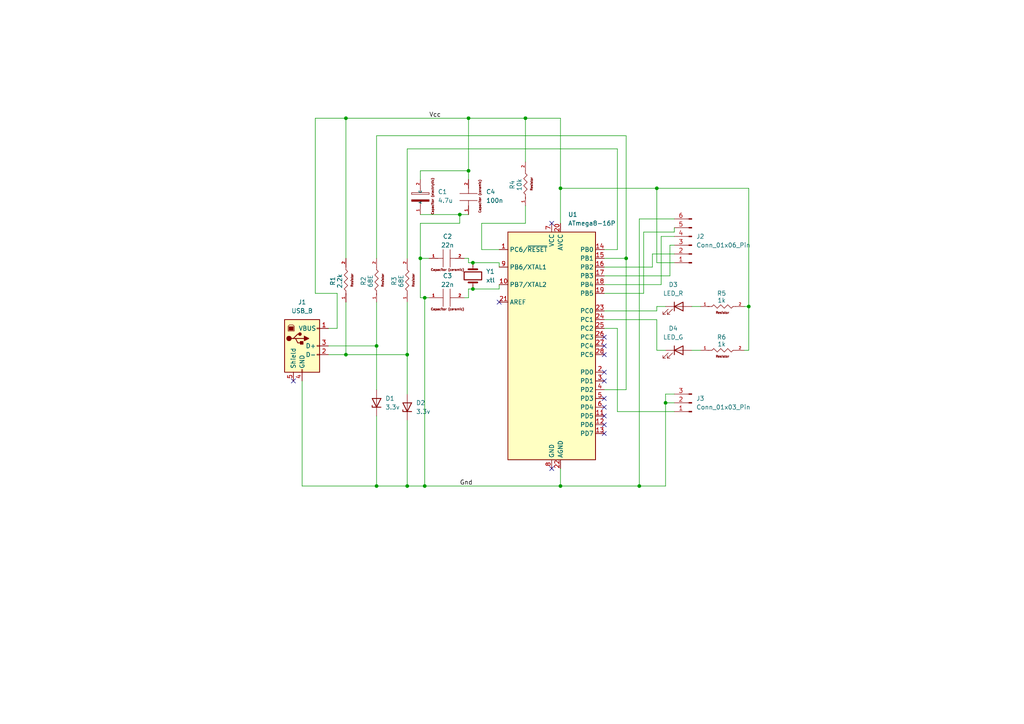
<source format=kicad_sch>
(kicad_sch (version 20231120) (generator "eeschema") (generator_version "8.0")
  (paper "A4")
  (lib_symbols
    (symbol "Capacitor_1:Capacitor"
      (property "Reference" "C" (at 0 3.556 0))
      (symbol "Capacitor_0_1"
        (polyline (pts (xy -1.016 0) (xy -2.54 0)))
        (polyline (pts (xy -1.016 2.54) (xy -1.016 -2.54)))
        (polyline (pts (xy 1.016 0) (xy 2.54 0)))
        (polyline (pts (xy 1.016 2.54) (xy 1.016 -2.54)))
      )
      (symbol "Capacitor_1_1"
        (text "Capacitor (ceramic)" (at 0.254 -3.302 0) (effects (font (size 0.635 0.635))))
        (pin passive line (at -5.08 0 0) (length 2.54) (name "") (number "1"))
        (pin passive line (at 5.08 0 180) (length 2.54) (name "") (number "2"))
      )
    )
    (symbol "Capacitor_1:Capacitor_electrolytic"
      (property "Reference" "C_ele" (at 0.254 3.81 0))
      (symbol "Capacitor_electrolytic_1_1"
        (polyline (pts (xy -1.27 0) (xy -2.54 0)))
        (polyline (pts (xy 1.27 0) (xy 2.54 0)))
        (polyline (pts (xy -0.762 2.54) (xy -0.762 -2.54) (xy -1.27 -2.54) (xy -1.27 2.54) (xy -0.762 2.54)) (fill (type outline)))
        (polyline (pts (xy 0.762 2.54) (xy 0.762 -2.54) (xy 1.27 -2.54) (xy 1.27 2.54) (xy 0.762 2.54)))
        (text "Capacitor (electrlytic)" (at 0.254 -3.556 0) (effects (font (size 0.635 0.635))))
        (pin passive line (at -5.08 0 0) (length 2.54) (name "A") (number "1"))
        (pin passive line (at 5.08 0 180) (length 2.54) (name "C") (number "2"))
      )
    )
    (symbol "Connector:Conn_01x03_Pin" (pin_names (offset 1.016) hide)
      (property "Reference" "J" (at 0 5.08 0))
      (property "Value" "Conn_01x03_Pin" (at 0 -5.08 0))
      (symbol "Conn_01x03_Pin_1_1"
        (polyline (pts (xy 1.27 -2.54) (xy 0.8636 -2.54)) (stroke (width 0.1524)))
        (polyline (pts (xy 1.27 0) (xy 0.8636 0)) (stroke (width 0.1524)))
        (polyline (pts (xy 1.27 2.54) (xy 0.8636 2.54)) (stroke (width 0.1524)))
        (rectangle (start 0.8636 -2.413) (end 0 -2.667) (stroke (width 0.1524)) (fill (type outline)))
        (rectangle (start 0.8636 0.127) (end 0 -0.127) (stroke (width 0.1524)) (fill (type outline)))
        (rectangle (start 0.8636 2.667) (end 0 2.413) (stroke (width 0.1524)) (fill (type outline)))
        (pin passive line (at 5.08 2.54 180) (length 3.81) (name "Pin_1") (number "1"))
        (pin passive line (at 5.08 0 180) (length 3.81) (name "Pin_2") (number "2"))
        (pin passive line (at 5.08 -2.54 180) (length 3.81) (name "Pin_3") (number "3"))
      )
    )
    (symbol "Connector:Conn_01x06_Pin" (pin_names (offset 1.016) hide)
      (property "Reference" "J" (at 0 7.62 0))
      (property "Value" "Conn_01x06_Pin" (at 0 -10.16 0))
      (symbol "Conn_01x06_Pin_1_1"
        (polyline (pts (xy 1.27 -7.62) (xy 0.8636 -7.62)) (stroke (width 0.1524)))
        (polyline (pts (xy 1.27 -5.08) (xy 0.8636 -5.08)) (stroke (width 0.1524)))
        (polyline (pts (xy 1.27 -2.54) (xy 0.8636 -2.54)) (stroke (width 0.1524)))
        (polyline (pts (xy 1.27 0) (xy 0.8636 0)) (stroke (width 0.1524)))
        (polyline (pts (xy 1.27 2.54) (xy 0.8636 2.54)) (stroke (width 0.1524)))
        (polyline (pts (xy 1.27 5.08) (xy 0.8636 5.08)) (stroke (width 0.1524)))
        (rectangle (start 0.8636 -7.493) (end 0 -7.747) (stroke (width 0.1524)) (fill (type outline)))
        (rectangle (start 0.8636 -4.953) (end 0 -5.207) (stroke (width 0.1524)) (fill (type outline)))
        (rectangle (start 0.8636 -2.413) (end 0 -2.667) (stroke (width 0.1524)) (fill (type outline)))
        (rectangle (start 0.8636 0.127) (end 0 -0.127) (stroke (width 0.1524)) (fill (type outline)))
        (rectangle (start 0.8636 2.667) (end 0 2.413) (stroke (width 0.1524)) (fill (type outline)))
        (rectangle (start 0.8636 5.207) (end 0 4.953) (stroke (width 0.1524)) (fill (type outline)))
        (pin passive line (at 5.08 5.08 180) (length 3.81) (name "Pin_1") (number "1"))
        (pin passive line (at 5.08 2.54 180) (length 3.81) (name "Pin_2") (number "2"))
        (pin passive line (at 5.08 0 180) (length 3.81) (name "Pin_3") (number "3"))
        (pin passive line (at 5.08 -2.54 180) (length 3.81) (name "Pin_4") (number "4"))
        (pin passive line (at 5.08 -5.08 180) (length 3.81) (name "Pin_5") (number "5"))
        (pin passive line (at 5.08 -7.62 180) (length 3.81) (name "Pin_6") (number "6"))
      )
    )
    (symbol "Connector:USB_B" (pin_names (offset 1.016))
      (property "Reference" "J" (at -5.08 11.43 0))
      (property "Value" "USB_B" (at -5.08 8.89 0))
      (symbol "USB_B_0_1"
        (rectangle (start -5.08 -7.62) (end 5.08 7.62) (stroke (width 0.254)) (fill (type background)))
        (circle (center -3.81 2.159) (radius 0.635) (stroke (width 0.254)) (fill (type outline)))
        (rectangle (start -3.81 5.588) (end -2.54 4.572) (fill (type outline)))
        (circle (center -0.635 3.429) (radius 0.381) (stroke (width 0.254)) (fill (type outline)))
        (rectangle (start -0.127 -7.62) (end 0.127 -6.858))
        (polyline (pts (xy -1.905 2.159) (xy 0.635 2.159)) (stroke (width 0.254)))
        (polyline (pts (xy -3.175 2.159) (xy -2.54 2.159) (xy -1.27 3.429) (xy -0.635 3.429)) (stroke (width 0.254)))
        (polyline (pts (xy -2.54 2.159) (xy -1.905 2.159) (xy -1.27 0.889) (xy 0 0.889)) (stroke (width 0.254)))
        (polyline (pts (xy 0.635 2.794) (xy 0.635 1.524) (xy 1.905 2.159) (xy 0.635 2.794)) (stroke (width 0.254)) (fill (type outline)))
        (polyline (pts (xy -4.064 4.318) (xy -2.286 4.318) (xy -2.286 5.715) (xy -2.667 6.096) (xy -3.683 6.096) (xy -4.064 5.715) (xy -4.064 4.318)))
        (rectangle (start 0.254 1.27) (end -0.508 0.508) (stroke (width 0.254)) (fill (type outline)))
        (rectangle (start 5.08 -2.667) (end 4.318 -2.413))
        (rectangle (start 5.08 -0.127) (end 4.318 0.127))
        (rectangle (start 5.08 4.953) (end 4.318 5.207))
      )
      (symbol "USB_B_1_1"
        (pin power_out line (at 7.62 5.08 180) (length 2.54) (name "VBUS") (number "1"))
        (pin bidirectional line (at 7.62 -2.54 180) (length 2.54) (name "D-") (number "2"))
        (pin bidirectional line (at 7.62 0 180) (length 2.54) (name "D+") (number "3"))
        (pin power_out line (at 0 -10.16 90) (length 2.54) (name "GND") (number "4"))
        (pin passive line (at -2.54 -10.16 90) (length 2.54) (name "Shield") (number "5"))
      )
    )
    (symbol "Device:Crystal" (pin_numbers hide) (pin_names (offset 1.016) hide)
      (property "Reference" "Y" (at 0 3.81 0))
      (property "Value" "Crystal" (at 0 -3.81 0))
      (symbol "Crystal_0_1"
        (rectangle (start -1.143 2.54) (end 1.143 -2.54) (stroke (width 0.3048)))
        (polyline (pts (xy -2.54 0) (xy -1.905 0)))
        (polyline (pts (xy -1.905 -1.27) (xy -1.905 1.27)) (stroke (width 0.508)))
        (polyline (pts (xy 1.905 -1.27) (xy 1.905 1.27)) (stroke (width 0.508)))
        (polyline (pts (xy 2.54 0) (xy 1.905 0)))
      )
      (symbol "Crystal_1_1"
        (pin passive line (at -3.81 0 0) (length 1.27) (name "1") (number "1"))
        (pin passive line (at 3.81 0 180) (length 1.27) (name "2") (number "2"))
      )
    )
    (symbol "Device:D_Zener" (pin_numbers hide) (pin_names (offset 1.016) hide)
      (property "Reference" "D" (at 0 2.54 0))
      (property "Value" "D_Zener" (at 0 -2.54 0))
      (symbol "D_Zener_0_1"
        (polyline (pts (xy 1.27 0) (xy -1.27 0)))
        (polyline (pts (xy -1.27 -1.27) (xy -1.27 1.27) (xy -0.762 1.27)) (stroke (width 0.254)))
        (polyline (pts (xy 1.27 -1.27) (xy 1.27 1.27) (xy -1.27 0) (xy 1.27 -1.27)) (stroke (width 0.254)))
      )
      (symbol "D_Zener_1_1"
        (pin passive line (at -3.81 0 0) (length 2.54) (name "K") (number "1"))
        (pin passive line (at 3.81 0 180) (length 2.54) (name "A") (number "2"))
      )
    )
    (symbol "Device:LED" (pin_numbers hide) (pin_names (offset 1.016) hide)
      (property "Reference" "D" (at 0 2.54 0))
      (property "Value" "LED" (at 0 -2.54 0))
      (symbol "LED_0_1"
        (polyline (pts (xy -1.27 -1.27) (xy -1.27 1.27)) (stroke (width 0.254)))
        (polyline (pts (xy -1.27 0) (xy 1.27 0)))
        (polyline (pts (xy 1.27 -1.27) (xy 1.27 1.27) (xy -1.27 0) (xy 1.27 -1.27)) (stroke (width 0.254)))
        (polyline (pts (xy -3.048 -0.762) (xy -4.572 -2.286) (xy -3.81 -2.286) (xy -4.572 -2.286) (xy -4.572 -1.524)))
        (polyline (pts (xy -1.778 -0.762) (xy -3.302 -2.286) (xy -2.54 -2.286) (xy -3.302 -2.286) (xy -3.302 -1.524)))
      )
      (symbol "LED_1_1"
        (pin passive line (at -3.81 0 0) (length 2.54) (name "K") (number "1"))
        (pin passive line (at 3.81 0 180) (length 2.54) (name "A") (number "2"))
      )
    )
    (symbol "MCU_Microchip_ATmega:ATmega8-16P"
      (property "Reference" "U" (at -12.7 34.29 0))
      (property "Value" "ATmega8-16P" (at 5.08 -34.29 0))
      (symbol "ATmega8-16P_0_1"
        (rectangle (start -12.7 -33.02) (end 12.7 33.02) (stroke (width 0.254)) (fill (type background)))
      )
      (symbol "ATmega8-16P_1_1"
        (pin bidirectional line (at -15.24 27.94 0) (length 2.54) (name "PC6/~{RESET}") (number "1"))
        (pin bidirectional line (at -15.24 17.78 0) (length 2.54) (name "PB7/XTAL2") (number "10"))
        (pin bidirectional line (at 15.24 -20.32 180) (length 2.54) (name "PD5") (number "11"))
        (pin bidirectional line (at 15.24 -22.86 180) (length 2.54) (name "PD6") (number "12"))
        (pin bidirectional line (at 15.24 -25.4 180) (length 2.54) (name "PD7") (number "13"))
        (pin bidirectional line (at 15.24 27.94 180) (length 2.54) (name "PB0") (number "14"))
        (pin bidirectional line (at 15.24 25.4 180) (length 2.54) (name "PB1") (number "15"))
        (pin bidirectional line (at 15.24 22.86 180) (length 2.54) (name "PB2") (number "16"))
        (pin bidirectional line (at 15.24 20.32 180) (length 2.54) (name "PB3") (number "17"))
        (pin bidirectional line (at 15.24 17.78 180) (length 2.54) (name "PB4") (number "18"))
        (pin bidirectional line (at 15.24 15.24 180) (length 2.54) (name "PB5") (number "19"))
        (pin bidirectional line (at 15.24 -7.62 180) (length 2.54) (name "PD0") (number "2"))
        (pin power_in line (at 2.54 35.56 270) (length 2.54) (name "AVCC") (number "20"))
        (pin passive line (at -15.24 12.7 0) (length 2.54) (name "AREF") (number "21"))
        (pin power_in line (at 2.54 -35.56 90) (length 2.54) (name "AGND") (number "22"))
        (pin bidirectional line (at 15.24 10.16 180) (length 2.54) (name "PC0") (number "23"))
        (pin bidirectional line (at 15.24 7.62 180) (length 2.54) (name "PC1") (number "24"))
        (pin bidirectional line (at 15.24 5.08 180) (length 2.54) (name "PC2") (number "25"))
        (pin bidirectional line (at 15.24 2.54 180) (length 2.54) (name "PC3") (number "26"))
        (pin bidirectional line (at 15.24 0 180) (length 2.54) (name "PC4") (number "27"))
        (pin bidirectional line (at 15.24 -2.54 180) (length 2.54) (name "PC5") (number "28"))
        (pin bidirectional line (at 15.24 -10.16 180) (length 2.54) (name "PD1") (number "3"))
        (pin bidirectional line (at 15.24 -12.7 180) (length 2.54) (name "PD2") (number "4"))
        (pin bidirectional line (at 15.24 -15.24 180) (length 2.54) (name "PD3") (number "5"))
        (pin bidirectional line (at 15.24 -17.78 180) (length 2.54) (name "PD4") (number "6"))
        (pin power_in line (at 0 35.56 270) (length 2.54) (name "VCC") (number "7"))
        (pin power_in line (at 0 -35.56 90) (length 2.54) (name "GND") (number "8"))
        (pin bidirectional line (at -15.24 22.86 0) (length 2.54) (name "PB6/XTAL1") (number "9"))
      )
    )
    (symbol "Resistor_1:Resistor"
      (property "Reference" "R" (at 0 1.524 0))
      (symbol "Resistor_1_1"
        (polyline (pts (xy -3.048 0) (xy -4.318 0)))
        (polyline (pts (xy 3.048 0) (xy 3.81 0)))
        (polyline (pts (xy -3.048 0) (xy -2.54 0.508) (xy -1.524 -0.508) (xy -0.508 0.508) (xy 0.508 -0.508) (xy 1.524 0.508) (xy 2.54 -0.508) (xy 3.048 0)))
        (text "Resistor" (at 0 -1.778 0) (effects (font (size 0.635 0.635))))
        (pin passive line (at -6.35 0 0) (length 2.54) (name "") (number "1"))
        (pin passive line (at 6.35 0 180) (length 2.54) (name "") (number "2"))
      )
    )
  )
  (junction (at 109.22 100.33))
  (junction (at 162.56 140.97))
  (junction (at 162.56 54.61))
  (junction (at 137.16 76.2))
  (junction (at 118.11 140.97))
  (junction (at 109.22 140.97))
  (junction (at 118.11 102.87))
  (junction (at 121.92 74.93))
  (junction (at 181.61 74.93))
  (junction (at 217.17 88.9))
  (junction (at 152.4 34.29))
  (junction (at 100.33 102.87))
  (junction (at 193.04 116.84))
  (junction (at 137.16 83.82))
  (junction (at 123.19 140.97))
  (junction (at 190.5 54.61))
  (junction (at 100.33 34.29))
  (junction (at 123.19 86.36))
  (junction (at 135.89 34.29))
  (junction (at 133.35 62.23))
  (junction (at 185.42 140.97))
  (junction (at 135.89 49.53))
  (no_connect (at 175.26 102.87))
  (no_connect (at 175.26 107.95))
  (no_connect (at 160.02 64.77))
  (no_connect (at 175.26 123.19))
  (no_connect (at 175.26 115.57))
  (no_connect (at 175.26 125.73))
  (no_connect (at 175.26 97.79))
  (no_connect (at 175.26 120.65))
  (no_connect (at 160.02 135.89))
  (no_connect (at 85.09 110.49))
  (no_connect (at 175.26 118.11))
  (no_connect (at 175.26 110.49))
  (no_connect (at 144.78 87.63))
  (no_connect (at 175.26 100.33))
  (wire (pts (xy 144.78 83.82) (xy 137.16 83.82)))
  (wire (pts (xy 109.22 140.97) (xy 118.11 140.97)))
  (wire (pts (xy 195.58 114.3) (xy 193.04 114.3)))
  (wire (pts (xy 109.22 120.65) (xy 109.22 140.97)))
  (wire (pts (xy 109.22 87.63) (xy 109.22 100.33)))
  (wire (pts (xy 181.61 39.37) (xy 181.61 74.93)))
  (wire (pts (xy 118.11 121.92) (xy 118.11 140.97)))
  (wire (pts (xy 118.11 102.87) (xy 118.11 114.3)))
  (wire (pts (xy 217.17 88.9) (xy 217.17 54.61)))
  (wire (pts (xy 139.7 64.77) (xy 152.4 64.77)))
  (wire (pts (xy 109.22 74.93) (xy 109.22 39.37)))
  (wire (pts (xy 100.33 34.29) (xy 100.33 74.93)))
  (wire (pts (xy 189.23 77.47) (xy 175.26 77.47)))
  (wire (pts (xy 135.89 76.2) (xy 137.16 76.2)))
  (wire (pts (xy 190.5 76.2) (xy 195.58 76.2)))
  (wire (pts (xy 179.07 72.39) (xy 175.26 72.39)))
  (wire (pts (xy 134.62 86.36) (xy 135.89 86.36)))
  (wire (pts (xy 195.58 73.66) (xy 189.23 73.66)))
  (wire (pts (xy 175.26 74.93) (xy 181.61 74.93)))
  (wire (pts (xy 121.92 52.07) (xy 121.92 49.53)))
  (wire (pts (xy 217.17 54.61) (xy 190.5 54.61)))
  (wire (pts (xy 179.07 119.38) (xy 179.07 95.25)))
  (wire (pts (xy 162.56 54.61) (xy 190.5 54.61)))
  (wire (pts (xy 191.77 82.55) (xy 191.77 68.58)))
  (wire (pts (xy 97.79 85.09) (xy 97.79 95.25)))
  (wire (pts (xy 185.42 140.97) (xy 162.56 140.97)))
  (wire (pts (xy 118.11 43.18) (xy 179.07 43.18)))
  (wire (pts (xy 193.04 116.84) (xy 195.58 116.84)))
  (wire (pts (xy 215.9 88.9) (xy 217.17 88.9)))
  (wire (pts (xy 175.26 85.09) (xy 186.69 85.09)))
  (wire (pts (xy 118.11 87.63) (xy 118.11 102.87)))
  (wire (pts (xy 91.44 34.29) (xy 91.44 85.09)))
  (wire (pts (xy 193.04 140.97) (xy 185.42 140.97)))
  (wire (pts (xy 195.58 67.31) (xy 195.58 66.04)))
  (wire (pts (xy 133.35 62.23) (xy 135.89 62.23)))
  (wire (pts (xy 215.9 101.6) (xy 217.17 101.6)))
  (wire (pts (xy 121.92 64.77) (xy 121.92 74.93)))
  (wire (pts (xy 191.77 68.58) (xy 195.58 68.58)))
  (wire (pts (xy 100.33 102.87) (xy 118.11 102.87)))
  (wire (pts (xy 152.4 59.69) (xy 152.4 64.77)))
  (wire (pts (xy 152.4 34.29) (xy 162.56 34.29)))
  (wire (pts (xy 194.31 80.01) (xy 194.31 71.12)))
  (wire (pts (xy 162.56 34.29) (xy 162.56 54.61)))
  (wire (pts (xy 135.89 49.53) (xy 135.89 52.07)))
  (wire (pts (xy 144.78 82.55) (xy 144.78 83.82)))
  (wire (pts (xy 181.61 113.03) (xy 175.26 113.03)))
  (wire (pts (xy 139.7 72.39) (xy 139.7 64.77)))
  (wire (pts (xy 195.58 63.5) (xy 185.42 63.5)))
  (wire (pts (xy 152.4 34.29) (xy 152.4 46.99)))
  (wire (pts (xy 100.33 87.63) (xy 100.33 102.87)))
  (wire (pts (xy 121.92 74.93) (xy 121.92 86.36)))
  (wire (pts (xy 193.04 114.3) (xy 193.04 116.84)))
  (wire (pts (xy 133.35 64.77) (xy 133.35 62.23)))
  (wire (pts (xy 179.07 43.18) (xy 179.07 72.39)))
  (wire (pts (xy 179.07 95.25) (xy 175.26 95.25)))
  (wire (pts (xy 190.5 90.17) (xy 190.5 88.9)))
  (wire (pts (xy 135.89 34.29) (xy 135.89 49.53)))
  (wire (pts (xy 95.25 102.87) (xy 100.33 102.87)))
  (wire (pts (xy 97.79 95.25) (xy 95.25 95.25)))
  (wire (pts (xy 91.44 85.09) (xy 97.79 85.09)))
  (wire (pts (xy 185.42 63.5) (xy 185.42 140.97)))
  (wire (pts (xy 175.26 80.01) (xy 194.31 80.01)))
  (wire (pts (xy 186.69 85.09) (xy 186.69 67.31)))
  (wire (pts (xy 121.92 49.53) (xy 135.89 49.53)))
  (wire (pts (xy 190.5 54.61) (xy 190.5 76.2)))
  (wire (pts (xy 123.19 140.97) (xy 162.56 140.97)))
  (wire (pts (xy 118.11 140.97) (xy 123.19 140.97)))
  (wire (pts (xy 190.5 92.71) (xy 190.5 101.6)))
  (wire (pts (xy 124.46 86.36) (xy 123.19 86.36)))
  (wire (pts (xy 124.46 74.93) (xy 121.92 74.93)))
  (wire (pts (xy 135.89 74.93) (xy 134.62 74.93)))
  (wire (pts (xy 121.92 64.77) (xy 133.35 64.77)))
  (wire (pts (xy 144.78 76.2) (xy 144.78 77.47)))
  (wire (pts (xy 162.56 54.61) (xy 162.56 64.77)))
  (wire (pts (xy 162.56 140.97) (xy 162.56 135.89)))
  (wire (pts (xy 137.16 76.2) (xy 144.78 76.2)))
  (wire (pts (xy 217.17 101.6) (xy 217.17 88.9)))
  (wire (pts (xy 87.63 110.49) (xy 87.63 140.97)))
  (wire (pts (xy 95.25 100.33) (xy 109.22 100.33)))
  (wire (pts (xy 200.66 88.9) (xy 203.2 88.9)))
  (wire (pts (xy 175.26 82.55) (xy 191.77 82.55)))
  (wire (pts (xy 144.78 72.39) (xy 139.7 72.39)))
  (wire (pts (xy 137.16 83.82) (xy 135.89 83.82)))
  (wire (pts (xy 123.19 86.36) (xy 121.92 86.36)))
  (wire (pts (xy 100.33 34.29) (xy 135.89 34.29)))
  (wire (pts (xy 135.89 34.29) (xy 152.4 34.29)))
  (wire (pts (xy 193.04 116.84) (xy 193.04 140.97)))
  (wire (pts (xy 190.5 101.6) (xy 193.04 101.6)))
  (wire (pts (xy 190.5 88.9) (xy 193.04 88.9)))
  (wire (pts (xy 87.63 140.97) (xy 109.22 140.97)))
  (wire (pts (xy 189.23 73.66) (xy 189.23 77.47)))
  (wire (pts (xy 195.58 119.38) (xy 179.07 119.38)))
  (wire (pts (xy 118.11 74.93) (xy 118.11 43.18)))
  (wire (pts (xy 109.22 100.33) (xy 109.22 113.03)))
  (wire (pts (xy 175.26 90.17) (xy 190.5 90.17)))
  (wire (pts (xy 186.69 67.31) (xy 195.58 67.31)))
  (wire (pts (xy 91.44 34.29) (xy 100.33 34.29)))
  (wire (pts (xy 135.89 74.93) (xy 135.89 76.2)))
  (wire (pts (xy 109.22 39.37) (xy 181.61 39.37)))
  (wire (pts (xy 135.89 86.36) (xy 135.89 83.82)))
  (wire (pts (xy 200.66 101.6) (xy 203.2 101.6)))
  (wire (pts (xy 175.26 92.71) (xy 190.5 92.71)))
  (wire (pts (xy 123.19 86.36) (xy 123.19 140.97)))
  (wire (pts (xy 181.61 74.93) (xy 181.61 113.03)))
  (wire (pts (xy 194.31 71.12) (xy 195.58 71.12)))
  (wire (pts (xy 121.92 62.23) (xy 133.35 62.23)))
  (label "Gnd" (at 133.35 140.97 0))
  (label "Vcc" (at 124.46 34.29 0))
  (symbol (lib_id "Device:LED") (at 196.85 101.6 0) (unit 1)
    (property "Reference" "D4" (at 195.2625 95.25 0))
    (property "Value" "LED_G" (at 195.2625 97.79 0))
    (property "Footprint" "LED_SMD:LED_0805_2012Metric" (effects (hide yes)))
    (property "Description" "Light emitting diode" (effects (hide yes)))
  )
  (symbol (lib_id "Connector:USB_B") (at 87.63 100.33 0) (unit 1)
    (property "Reference" "J1" (at 87.63 87.63 0))
    (property "Value" "USB_B" (at 87.63 90.17 0))
    (property "Footprint" "Connector_USB:USB_B_Lumberg_2411_02_Horizontal" (effects (hide yes)))
    (property "Description" "USB Type B connector" (effects (hide yes)))
  )
  (symbol (lib_id "Resistor_1:Resistor") (at 152.4 53.34 90) (unit 1)
    (property "Reference" "R4" (at 148.59 53.594 0))
    (property "Value" "10k" (at 150.622 53.594 0))
    (property "Footprint" "Resistor_SMD:R_0805_2012Metric" (effects (hide yes)))
  )
  (symbol (lib_id "Resistor_1:Resistor") (at 109.22 81.28 90) (unit 1)
    (property "Reference" "R2" (at 105.41 81.534 0))
    (property "Value" "68E" (at 107.442 81.534 0))
    (property "Footprint" "Resistor_SMD:R_0603_1608Metric" (effects (hide yes)))
  )
  (symbol (lib_id "Capacitor_1:Capacitor_electrolytic") (at 121.92 57.15 90) (unit 1)
    (property "Reference" "C1" (at 127 55.6259 90) (effects (justify right)))
    (property "Value" "4.7u" (at 127 58.1659 90) (effects (justify right)))
    (property "Footprint" "Capacitor_Tantalum_SMD:CP_EIA-3216-18_Kemet-A" (effects (hide yes)))
  )
  (symbol (lib_id "Device:LED") (at 196.85 88.9 0) (unit 1)
    (property "Reference" "D3" (at 195.2625 82.55 0))
    (property "Value" "LED_R" (at 195.2625 85.09 0))
    (property "Footprint" "LED_SMD:LED_0805_2012Metric" (effects (hide yes)))
    (property "Description" "Light emitting diode" (effects (hide yes)))
  )
  (symbol (lib_id "Connector:Conn_01x03_Pin") (at 200.66 116.84 180) (unit 1)
    (property "Reference" "J3" (at 201.93 115.5699 0) (effects (justify right)))
    (property "Value" "Conn_01x03_Pin" (at 201.93 118.1099 0) (effects (justify right)))
    (property "Footprint" "Connector_PinHeader_2.54mm:PinHeader_1x03_P2.54mm_Vertical" (effects (hide yes)))
    (property "Description" "Generic connector, single row, 01x03, script generated" (effects (hide yes)))
  )
  (symbol (lib_id "Resistor_1:Resistor") (at 118.11 81.28 90) (unit 1)
    (property "Reference" "R3" (at 114.3 81.534 0))
    (property "Value" "68E" (at 116.332 81.534 0))
    (property "Footprint" "Resistor_SMD:R_0603_1608Metric" (effects (hide yes)))
  )
  (symbol (lib_id "MCU_Microchip_ATmega:ATmega8-16P") (at 160.02 100.33 0) (unit 1)
    (property "Reference" "U1" (at 164.7541 62.23 0) (effects (justify left)))
    (property "Value" "ATmega8-16P" (at 164.7541 64.77 0) (effects (justify left)))
    (property "Footprint" "Package_QFP:TQFP-32_7x7mm_P0.8mm" (effects (hide yes)))
    (property "Datasheet" "http://ww1.microchip.com/downloads/en/DeviceDoc/atmel-2486-8-bit-avr-microcontroller-atmega8_l_datasheet.pdf" (effects (hide yes)))
    (property "Description" "16MHz, 8kB Flash, 1kB SRAM, 512B EEPROM, DIP-28" (effects (hide yes)))
  )
  (symbol (lib_id "Device:D_Zener") (at 109.22 116.84 90) (unit 1)
    (property "Reference" "D1" (at 111.76 115.5699 90) (effects (justify right)))
    (property "Value" "3.3v" (at 111.76 118.1099 90) (effects (justify right)))
    (property "Footprint" "Diode_SMD:D_SOD-923" (effects (hide yes)))
    (property "Description" "Zener diode" (effects (hide yes)))
  )
  (symbol (lib_id "Connector:Conn_01x06_Pin") (at 200.66 71.12 180) (unit 1)
    (property "Reference" "J2" (at 201.93 68.5799 0) (effects (justify right)))
    (property "Value" "Conn_01x06_Pin" (at 201.93 71.1199 0) (effects (justify right)))
    (property "Footprint" "Connector_PinHeader_2.54mm:PinHeader_1x06_P2.54mm_Vertical" (effects (hide yes)))
    (property "Description" "Generic connector, single row, 01x06, script generated" (effects (hide yes)))
  )
  (symbol (lib_id "Capacitor_1:Capacitor") (at 129.54 86.36 0) (unit 1)
    (property "Reference" "C3" (at 129.794 80.01 0))
    (property "Value" "22n" (at 129.794 82.55 0))
    (property "Footprint" "Capacitor_SMD:C_0402_1005Metric" (effects (hide yes)))
  )
  (symbol (lib_id "Resistor_1:Resistor") (at 209.55 88.9 0) (unit 1)
    (property "Reference" "R5" (at 209.296 85.09 0))
    (property "Value" "1k" (at 209.296 87.122 0))
    (property "Footprint" "Resistor_SMD:R_0805_2012Metric" (effects (hide yes)))
  )
  (symbol (lib_id "Device:D_Zener") (at 118.11 118.11 90) (unit 1)
    (property "Reference" "D2" (at 120.65 116.8399 90) (effects (justify right)))
    (property "Value" "3.3v" (at 120.65 119.3799 90) (effects (justify right)))
    (property "Footprint" "Diode_SMD:D_SOD-923" (effects (hide yes)))
    (property "Description" "Zener diode" (effects (hide yes)))
  )
  (symbol (lib_id "Capacitor_1:Capacitor") (at 129.54 74.93 0) (unit 1)
    (property "Reference" "C2" (at 129.794 68.58 0))
    (property "Value" "22n" (at 129.794 71.12 0))
    (property "Footprint" "Capacitor_SMD:C_0402_1005Metric" (effects (hide yes)))
  )
  (symbol (lib_id "Resistor_1:Resistor") (at 209.55 101.6 0) (unit 1)
    (property "Reference" "R6" (at 209.296 97.79 0))
    (property "Value" "1k" (at 209.296 99.822 0))
    (property "Footprint" "Resistor_SMD:R_0805_2012Metric" (effects (hide yes)))
  )
  (symbol (lib_id "Capacitor_1:Capacitor") (at 135.89 57.15 90) (unit 1)
    (property "Reference" "C4" (at 140.97 55.6258 90) (effects (justify right)))
    (property "Value" "100n" (at 140.97 58.1658 90) (effects (justify right)))
    (property "Footprint" "Capacitor_SMD:C_0603_1608Metric" (effects (hide yes)))
  )
  (symbol (lib_id "Device:Crystal") (at 137.16 80.01 90) (unit 1)
    (property "Reference" "Y1" (at 140.97 78.7399 90) (effects (justify right)))
    (property "Value" "xtl" (at 140.97 81.2799 90) (effects (justify right)))
    (property "Footprint" "Crystal:Crystal_SMD_TXC_AX_8045-2Pin_8.0x4.5mm" (effects (hide yes)))
    (property "Description" "Two pin crystal" (effects (hide yes)))
  )
  (symbol (lib_id "Resistor_1:Resistor") (at 100.33 81.28 90) (unit 1)
    (property "Reference" "R1" (at 96.52 81.534 0))
    (property "Value" "2.2k" (at 98.552 81.534 0))
    (property "Footprint" "Resistor_SMD:R_0805_2012Metric" (effects (hide yes)))
  )
)
</source>
